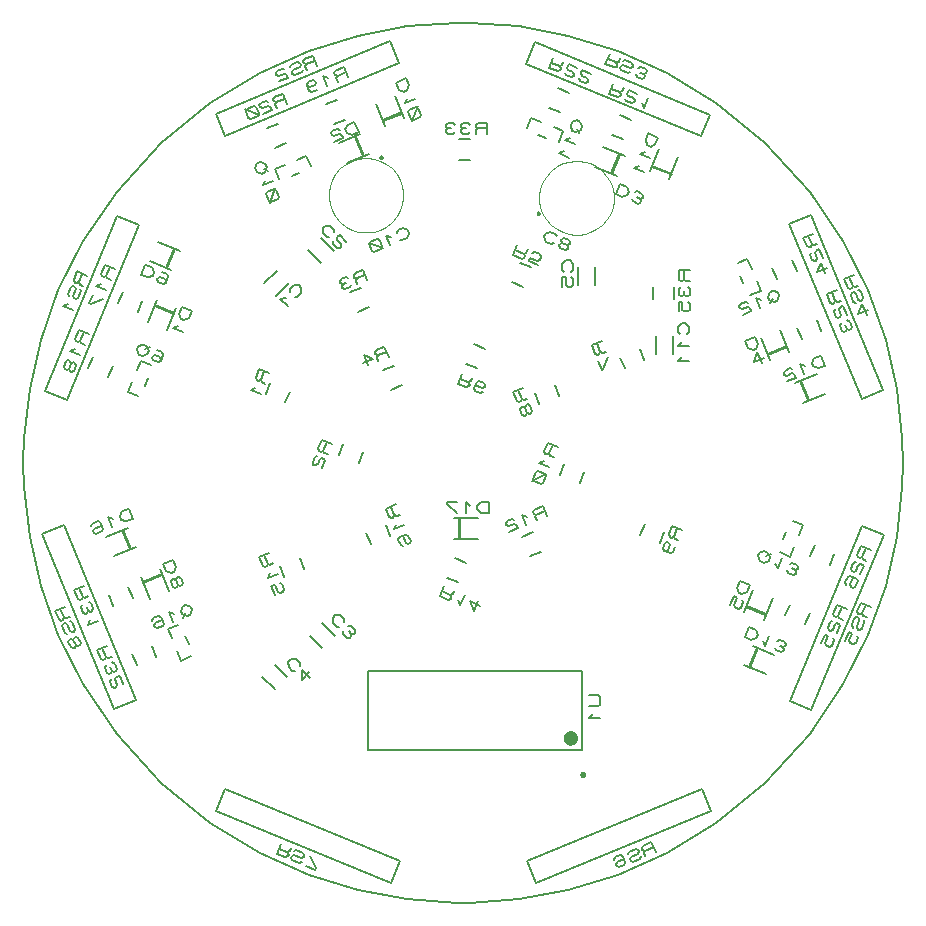
<source format=gbr>
G04 PROTEUS RS274X GERBER FILE*
%FSLAX45Y45*%
%MOMM*%
G01*
%ADD41C,0.250000*%
%ADD40C,0.200000*%
%ADD42C,0.600000*%
%ADD31C,0.203200*%
%ADD43C,0.120000*%
D41*
X+1029000Y-2635000D02*
X+1028957Y-2633961D01*
X+1028605Y-2631882D01*
X+1027868Y-2629803D01*
X+1026664Y-2627724D01*
X+1024823Y-2625674D01*
X+1022744Y-2624171D01*
X+1020665Y-2623214D01*
X+1018586Y-2622675D01*
X+1016507Y-2622500D01*
X+1016500Y-2622500D01*
X+1004000Y-2635000D02*
X+1004043Y-2633961D01*
X+1004395Y-2631882D01*
X+1005132Y-2629803D01*
X+1006336Y-2627724D01*
X+1008177Y-2625674D01*
X+1010256Y-2624171D01*
X+1012335Y-2623214D01*
X+1014414Y-2622675D01*
X+1016493Y-2622500D01*
X+1016500Y-2622500D01*
X+1004000Y-2635000D02*
X+1004043Y-2636039D01*
X+1004395Y-2638118D01*
X+1005132Y-2640197D01*
X+1006336Y-2642276D01*
X+1008177Y-2644326D01*
X+1010256Y-2645829D01*
X+1012335Y-2646786D01*
X+1014414Y-2647325D01*
X+1016493Y-2647500D01*
X+1016500Y-2647500D01*
X+1029000Y-2635000D02*
X+1028957Y-2636039D01*
X+1028605Y-2638118D01*
X+1027868Y-2640197D01*
X+1026664Y-2642276D01*
X+1024823Y-2644326D01*
X+1022744Y-2645829D01*
X+1020665Y-2646786D01*
X+1018586Y-2647325D01*
X+1016507Y-2647500D01*
X+1016500Y-2647500D01*
D40*
X-798500Y-2425000D02*
X-798500Y-1755000D01*
X+1011500Y-1755000D01*
X+1011500Y-2425000D01*
X-798500Y-2425000D01*
D42*
X+941500Y-2325000D02*
X+941397Y-2322511D01*
X+940555Y-2317531D01*
X+938795Y-2312551D01*
X+935918Y-2307571D01*
X+931517Y-2302655D01*
X+926537Y-2299041D01*
X+921557Y-2296736D01*
X+916577Y-2295433D01*
X+911597Y-2295000D01*
X+911500Y-2295000D01*
X+881500Y-2325000D02*
X+881603Y-2322511D01*
X+882445Y-2317531D01*
X+884205Y-2312551D01*
X+887082Y-2307571D01*
X+891483Y-2302655D01*
X+896463Y-2299041D01*
X+901443Y-2296736D01*
X+906423Y-2295433D01*
X+911403Y-2295000D01*
X+911500Y-2295000D01*
X+881500Y-2325000D02*
X+881603Y-2327489D01*
X+882445Y-2332469D01*
X+884205Y-2337449D01*
X+887082Y-2342429D01*
X+891483Y-2347345D01*
X+896463Y-2350959D01*
X+901443Y-2353264D01*
X+906423Y-2354567D01*
X+911403Y-2355000D01*
X+911500Y-2355000D01*
X+941500Y-2325000D02*
X+941397Y-2327489D01*
X+940555Y-2332469D01*
X+938795Y-2337449D01*
X+935918Y-2342429D01*
X+931517Y-2347345D01*
X+926537Y-2350959D01*
X+921557Y-2353264D01*
X+916577Y-2354567D01*
X+911597Y-2355000D01*
X+911500Y-2355000D01*
D31*
X+1071980Y-1963000D02*
X+1148180Y-1963000D01*
X+1163420Y-1978875D01*
X+1163420Y-2042375D01*
X+1148180Y-2058250D01*
X+1071980Y-2058250D01*
X+1102460Y-2121750D02*
X+1071980Y-2153500D01*
X+1163420Y-2153500D01*
D40*
X-1463206Y+607790D02*
X-1501474Y+515402D01*
X-1629504Y+676673D02*
X-1667772Y+584285D01*
D31*
X-1637437Y+763302D02*
X-1721916Y+798295D01*
X-1752292Y+724962D01*
X-1744287Y+704463D01*
X-1730207Y+698631D01*
X-1710052Y+707466D01*
X-1679677Y+780798D01*
X-1710052Y+707466D02*
X-1702047Y+686967D01*
X-1673887Y+675303D01*
X-1754508Y+639964D02*
X-1794818Y+622295D01*
X-1710338Y+587303D01*
D40*
X-843206Y+97790D02*
X-881474Y+5402D01*
X-1009504Y+166673D02*
X-1047772Y+74285D01*
D31*
X-1107437Y+164582D02*
X-1191916Y+199575D01*
X-1222292Y+126242D01*
X-1214287Y+105743D01*
X-1200207Y+99911D01*
X-1180052Y+108746D01*
X-1149677Y+182078D01*
X-1180052Y+108746D02*
X-1172047Y+88247D01*
X-1143887Y+76583D01*
X-1232513Y+61743D02*
X-1252668Y+52909D01*
X-1270893Y+8909D01*
X-1262888Y-11590D01*
X-1248808Y-17422D01*
X-1228653Y-8587D01*
X-1210428Y+35412D01*
X-1190273Y+44247D01*
X-1162113Y+32583D01*
X-1192488Y-40750D01*
D40*
X-793327Y+1320496D02*
X-885715Y+1282228D01*
X-862210Y+1486794D02*
X-954598Y+1448526D01*
D31*
X-806562Y+1553659D02*
X-841555Y+1638138D01*
X-914888Y+1607763D01*
X-923722Y+1587608D01*
X-917890Y+1573528D01*
X-897391Y+1565523D01*
X-824058Y+1595899D01*
X-897391Y+1565523D02*
X-906226Y+1545368D01*
X-894562Y+1517208D01*
X-967722Y+1569382D02*
X-988221Y+1577387D01*
X-1032221Y+1559162D01*
X-1041055Y+1539007D01*
X-1035223Y+1524927D01*
X-1014724Y+1516922D01*
X-1023559Y+1496767D01*
X-1017727Y+1482687D01*
X-997228Y+1474682D01*
X-953228Y+1492908D01*
X-944394Y+1513063D01*
X-985391Y+1529072D02*
X-1014724Y+1516922D01*
D40*
X-513327Y+660496D02*
X-605715Y+622228D01*
X-582210Y+826794D02*
X-674598Y+788526D01*
D31*
X-626562Y+903659D02*
X-661555Y+988138D01*
X-734888Y+957763D01*
X-743722Y+937608D01*
X-737890Y+923528D01*
X-717391Y+915523D01*
X-644058Y+945899D01*
X-717391Y+915523D02*
X-726226Y+895368D01*
X-714562Y+867208D01*
X-843559Y+846767D02*
X-755559Y+883218D01*
X-837554Y+915237D01*
X-802562Y+830757D01*
D40*
X+507790Y+1493206D02*
X+415402Y+1531474D01*
X+576673Y+1659504D02*
X+484285Y+1697772D01*
D31*
X+463630Y+1849117D02*
X+428637Y+1764638D01*
X+501970Y+1734262D01*
X+522469Y+1742267D01*
X+528301Y+1756347D01*
X+519466Y+1776502D01*
X+446134Y+1806877D01*
X+519466Y+1776502D02*
X+539965Y+1784507D01*
X+551629Y+1812667D01*
X+633970Y+1679586D02*
X+560637Y+1709962D01*
X+572301Y+1738121D01*
X+630967Y+1713821D01*
X+651466Y+1721826D01*
X+663130Y+1749986D01*
X+654296Y+1770141D01*
X+610296Y+1788366D01*
X+589797Y+1780361D01*
D40*
X+117790Y+803206D02*
X+25402Y+841474D01*
X+186673Y+969504D02*
X+94285Y+1007772D01*
D31*
X-6370Y+759117D02*
X-41363Y+674638D01*
X+31970Y+644262D01*
X+52469Y+652267D01*
X+58301Y+666347D01*
X+49466Y+686502D01*
X-23866Y+716877D01*
X+49466Y+686502D02*
X+69965Y+694507D01*
X+81629Y+722667D01*
X+169802Y+603666D02*
X+149303Y+595661D01*
X+105303Y+613886D01*
X+96469Y+634041D01*
X+119797Y+690361D01*
X+140296Y+698366D01*
X+184296Y+680141D01*
X+193130Y+659986D01*
X+187298Y+645906D01*
X+166799Y+637901D01*
X+108133Y+662201D01*
D40*
X+1370496Y+803327D02*
X+1332228Y+895715D01*
X+1536794Y+872210D02*
X+1498526Y+964598D01*
D31*
X+1176275Y+1033625D02*
X+1091796Y+998632D01*
X+1122171Y+925299D01*
X+1142326Y+916465D01*
X+1156406Y+922297D01*
X+1164411Y+942796D01*
X+1134035Y+1016129D01*
X+1164411Y+942796D02*
X+1184566Y+933961D01*
X+1212726Y+945625D01*
X+1146472Y+866633D02*
X+1176847Y+793300D01*
X+1190927Y+799132D01*
X+1230951Y+901625D01*
D40*
X+650496Y+503327D02*
X+612228Y+595715D01*
X+816794Y+572210D02*
X+778526Y+664598D01*
D31*
X+510937Y+636220D02*
X+426458Y+601227D01*
X+456833Y+527894D01*
X+476988Y+519060D01*
X+491068Y+524892D01*
X+499073Y+545391D01*
X+468697Y+618724D01*
X+499073Y+545391D02*
X+519228Y+536556D01*
X+547388Y+548220D01*
X+529449Y+472057D02*
X+509294Y+480892D01*
X+495214Y+475060D01*
X+487209Y+454561D01*
X+505434Y+410561D01*
X+525589Y+401727D01*
X+539669Y+407559D01*
X+547674Y+428058D01*
X+529449Y+472057D01*
X+537453Y+492556D01*
X+551533Y+498388D01*
X+571688Y+489554D01*
X+589914Y+445554D01*
X+581909Y+425055D01*
X+567829Y+419223D01*
X+547674Y+428058D01*
D40*
X+1503206Y-607790D02*
X+1541474Y-515402D01*
X+1669504Y-676673D02*
X+1707772Y-584285D01*
D31*
X+1859117Y-563630D02*
X+1774638Y-528637D01*
X+1744262Y-601970D01*
X+1752267Y-622469D01*
X+1766347Y-628301D01*
X+1786502Y-619466D01*
X+1816877Y-546134D01*
X+1786502Y-619466D02*
X+1794507Y-639965D01*
X+1822667Y-651629D01*
X+1717746Y-745634D02*
X+1737901Y-736799D01*
X+1756126Y-692800D01*
X+1748121Y-672301D01*
X+1734041Y-666469D01*
X+1713886Y-675303D01*
X+1695661Y-719303D01*
X+1703666Y-739802D01*
X+1759986Y-763130D01*
X+1780141Y-754296D01*
X+1798366Y-710296D01*
D40*
X+823206Y-97790D02*
X+861474Y-5402D01*
X+989504Y-166673D02*
X+1027772Y-74285D01*
D31*
X+807210Y+141245D02*
X+722731Y+176238D01*
X+692355Y+102905D01*
X+700360Y+82406D01*
X+714440Y+76574D01*
X+734595Y+85409D01*
X+764970Y+158741D01*
X+734595Y+85409D02*
X+742600Y+64910D01*
X+770760Y+53246D01*
X+690139Y+17907D02*
X+649829Y+238D01*
X+734309Y-34754D01*
X+695928Y-87588D02*
X+639609Y-64259D01*
X+619454Y-73094D01*
X+595153Y-131760D01*
X+603158Y-152259D01*
X+659478Y-175587D01*
X+679633Y-166753D01*
X+703933Y-108086D01*
X+695928Y-87588D01*
X+710008Y-93420D02*
X+589078Y-146427D01*
D40*
X+503327Y-620496D02*
X+595715Y-582228D01*
X+572210Y-786794D02*
X+664598Y-748526D01*
D31*
X+714887Y-446636D02*
X+679894Y-362157D01*
X+606561Y-392532D01*
X+597727Y-412687D01*
X+603559Y-426767D01*
X+624058Y-434772D01*
X+697391Y-404396D01*
X+624058Y-434772D02*
X+615223Y-454927D01*
X+626887Y-483087D01*
X+544892Y-451068D02*
X+503895Y-435058D01*
X+538887Y-519538D01*
X+436395Y-479514D02*
X+415896Y-471509D01*
X+371896Y-489734D01*
X+363062Y-509889D01*
X+368894Y-523969D01*
X+389393Y-531974D01*
X+433392Y-513749D01*
X+453891Y-521753D01*
X+465555Y-549913D01*
X+392222Y-580289D01*
D40*
X-65715Y-802228D02*
X+26673Y-840496D01*
X-134598Y-968526D02*
X-42210Y-1006794D01*
D31*
X-159894Y-1042158D02*
X-194887Y-1126637D01*
X-121554Y-1157013D01*
X-101055Y-1149008D01*
X-95223Y-1134928D01*
X-104058Y-1114773D01*
X-177390Y-1084398D01*
X-104058Y-1114773D02*
X-83559Y-1106768D01*
X-71895Y-1078608D01*
X-36556Y-1159229D02*
X-18887Y-1199539D01*
X+16105Y-1115059D01*
X+151106Y-1203970D02*
X+63107Y-1167520D01*
X+98445Y-1248140D01*
X+133437Y-1163660D01*
D40*
X-1380496Y-803327D02*
X-1342228Y-895715D01*
X-1546794Y-872210D02*
X-1508526Y-964598D01*
D31*
X-1637960Y-757895D02*
X-1722439Y-792888D01*
X-1692064Y-866221D01*
X-1671909Y-875055D01*
X-1657829Y-869223D01*
X-1649824Y-848724D01*
X-1680200Y-775391D01*
X-1649824Y-848724D02*
X-1629669Y-857559D01*
X-1601509Y-845895D01*
X-1633528Y-927890D02*
X-1649538Y-968887D01*
X-1565058Y-933895D01*
X-1588787Y-1115552D02*
X-1619162Y-1042219D01*
X-1591002Y-1030555D01*
X-1566702Y-1089222D01*
X-1546547Y-1098056D01*
X-1518387Y-1086392D01*
X-1510382Y-1065893D01*
X-1528608Y-1021893D01*
X-1548763Y-1013059D01*
D40*
X-650496Y-523327D02*
X-612228Y-615715D01*
X-816794Y-592210D02*
X-778526Y-684598D01*
D31*
X-567960Y-347895D02*
X-652439Y-382888D01*
X-622064Y-456221D01*
X-601909Y-465055D01*
X-587829Y-459223D01*
X-579824Y-438724D01*
X-610200Y-365391D01*
X-579824Y-438724D02*
X-559669Y-447559D01*
X-531509Y-435895D01*
X-563528Y-517890D02*
X-579538Y-558887D01*
X-495058Y-523895D01*
X-504707Y-699720D02*
X-524862Y-690886D01*
X-543087Y-646886D01*
X-535082Y-626387D01*
X-478763Y-603059D01*
X-458608Y-611893D01*
X-440382Y-655893D01*
X-448387Y-676392D01*
X-462467Y-682224D01*
X-482622Y-673389D01*
X-506923Y-614723D01*
X-2739152Y+2014385D02*
X-3351445Y+536178D01*
X-3536221Y+612714D01*
X-2923928Y+2090922D01*
X-2739152Y+2014385D01*
X-3177854Y+1589618D02*
X-3262333Y+1624611D01*
X-3292709Y+1551278D01*
X-3284704Y+1530779D01*
X-3270624Y+1524947D01*
X-3250469Y+1533782D01*
X-3220094Y+1607114D01*
X-3250469Y+1533782D02*
X-3242464Y+1513283D01*
X-3214304Y+1501619D01*
X-3240535Y+1478117D02*
X-3232530Y+1457619D01*
X-3256830Y+1398952D01*
X-3276985Y+1390118D01*
X-3291065Y+1395950D01*
X-3299070Y+1416449D01*
X-3274770Y+1475115D01*
X-3282775Y+1495614D01*
X-3296854Y+1501446D01*
X-3317009Y+1492611D01*
X-3341310Y+1433945D01*
X-3333305Y+1413446D01*
X-3343526Y+1348948D02*
X-3383836Y+1331279D01*
X-3299356Y+1296287D01*
X-534942Y+3387309D02*
X-2013149Y+2775016D01*
X-2089686Y+2959791D01*
X-611479Y+3572085D01*
X-534942Y+3387309D01*
X-1231273Y+3367760D02*
X-1266266Y+3452239D01*
X-1339599Y+3421864D01*
X-1348433Y+3401709D01*
X-1342601Y+3387629D01*
X-1322102Y+3379624D01*
X-1248769Y+3410000D01*
X-1322102Y+3379624D02*
X-1330937Y+3359469D01*
X-1319273Y+3331309D01*
X-1354438Y+3333239D02*
X-1363273Y+3313084D01*
X-1421939Y+3288783D01*
X-1442438Y+3296788D01*
X-1448270Y+3310868D01*
X-1439435Y+3331023D01*
X-1380769Y+3355324D01*
X-1371935Y+3375479D01*
X-1377767Y+3389558D01*
X-1398265Y+3397563D01*
X-1456932Y+3373263D01*
X-1465766Y+3353108D01*
X-1509765Y+3334882D02*
X-1530264Y+3342887D01*
X-1574264Y+3324662D01*
X-1583098Y+3304507D01*
X-1577266Y+3290427D01*
X-1556767Y+3282422D01*
X-1512768Y+3300647D01*
X-1492269Y+3292643D01*
X-1480605Y+3264483D01*
X-1553938Y+3234107D01*
X+2018521Y+2767917D02*
X+540314Y+3380210D01*
X+616850Y+3564986D01*
X+2095058Y+2952693D01*
X+2018521Y+2767917D01*
X+1244521Y+3466766D02*
X+1209528Y+3382287D01*
X+1282861Y+3351911D01*
X+1303360Y+3359916D01*
X+1309192Y+3373996D01*
X+1300357Y+3394151D01*
X+1227025Y+3424526D01*
X+1300357Y+3394151D02*
X+1320856Y+3402156D01*
X+1332520Y+3430316D01*
X+1356022Y+3404085D02*
X+1376520Y+3412090D01*
X+1435187Y+3387790D01*
X+1444021Y+3367635D01*
X+1438189Y+3353555D01*
X+1417690Y+3345550D01*
X+1359024Y+3369850D01*
X+1338525Y+3361845D01*
X+1332693Y+3347766D01*
X+1341528Y+3327611D01*
X+1400194Y+3303310D01*
X+1420693Y+3311315D01*
X+1464692Y+3293089D02*
X+1473526Y+3272934D01*
X+1517526Y+3254709D01*
X+1538025Y+3262714D01*
X+1543857Y+3276794D01*
X+1535022Y+3296949D01*
X+1555521Y+3304954D01*
X+1561353Y+3319034D01*
X+1552519Y+3339189D01*
X+1508519Y+3357414D01*
X+1488020Y+3349409D01*
X+1505689Y+3309099D02*
X+1535022Y+3296949D01*
X+3377309Y+544942D02*
X+2765016Y+2023149D01*
X+2949791Y+2099686D01*
X+3562085Y+621479D01*
X+3377309Y+544942D01*
X+3314330Y+1592221D02*
X+3229851Y+1557228D01*
X+3260226Y+1483895D01*
X+3280381Y+1475061D01*
X+3294461Y+1480893D01*
X+3302466Y+1501392D01*
X+3272090Y+1574725D01*
X+3302466Y+1501392D02*
X+3322621Y+1492557D01*
X+3350781Y+1504221D01*
X+3348851Y+1469056D02*
X+3369006Y+1460221D01*
X+3393307Y+1401555D01*
X+3385302Y+1381056D01*
X+3371222Y+1375224D01*
X+3351067Y+1384059D01*
X+3326766Y+1442725D01*
X+3306611Y+1451559D01*
X+3292532Y+1445727D01*
X+3284527Y+1425229D01*
X+3308827Y+1366562D01*
X+3328982Y+1357728D01*
X+3419823Y+1257892D02*
X+3383372Y+1345892D01*
X+3351353Y+1263897D01*
X+3435833Y+1298889D01*
X+2767916Y-2008522D02*
X+3380209Y-530315D01*
X+3564985Y-606851D01*
X+2952692Y-2085059D01*
X+2767916Y-2008522D01*
X+3456766Y-1214522D02*
X+3372287Y-1179529D01*
X+3341911Y-1252862D01*
X+3349916Y-1273361D01*
X+3363996Y-1279193D01*
X+3384151Y-1270358D01*
X+3414526Y-1197026D01*
X+3384151Y-1270358D02*
X+3392156Y-1290857D01*
X+3420316Y-1302521D01*
X+3394085Y-1326023D02*
X+3402090Y-1346521D01*
X+3377790Y-1405188D01*
X+3357635Y-1414022D01*
X+3343555Y-1408190D01*
X+3335550Y-1387691D01*
X+3359850Y-1329025D01*
X+3351845Y-1308526D01*
X+3337766Y-1302694D01*
X+3317611Y-1311529D01*
X+3293310Y-1370195D01*
X+3301315Y-1390694D01*
X+3238634Y-1502194D02*
X+3269010Y-1428861D01*
X+3297169Y-1440525D01*
X+3272869Y-1499191D01*
X+3280874Y-1519690D01*
X+3309034Y-1531354D01*
X+3329189Y-1522520D01*
X+3347414Y-1478520D01*
X+3339409Y-1458021D01*
X+544942Y-3367308D02*
X+2023149Y-2755015D01*
X+2099686Y-2939790D01*
X+621479Y-3552084D01*
X+544942Y-3367308D01*
X+1633770Y-3291951D02*
X+1598777Y-3207472D01*
X+1525444Y-3237847D01*
X+1516610Y-3258002D01*
X+1522442Y-3272082D01*
X+1542941Y-3280087D01*
X+1616274Y-3249711D01*
X+1542941Y-3280087D02*
X+1534106Y-3300242D01*
X+1545770Y-3328402D01*
X+1510605Y-3326472D02*
X+1501770Y-3346627D01*
X+1443104Y-3370928D01*
X+1422605Y-3362923D01*
X+1416773Y-3348843D01*
X+1425608Y-3328688D01*
X+1484274Y-3304387D01*
X+1493108Y-3284232D01*
X+1487276Y-3270153D01*
X+1466778Y-3262148D01*
X+1408111Y-3286448D01*
X+1399277Y-3306603D01*
X+1281945Y-3355204D02*
X+1290779Y-3335049D01*
X+1334779Y-3316824D01*
X+1355278Y-3324829D01*
X+1378606Y-3381148D01*
X+1369772Y-3401303D01*
X+1325772Y-3419529D01*
X+1305273Y-3411524D01*
X+1299441Y-3397444D01*
X+1308276Y-3377289D01*
X+1366942Y-3352988D01*
X-2008521Y-2757917D02*
X-530314Y-3370210D01*
X-606850Y-3554986D01*
X-2085058Y-2942693D01*
X-2008521Y-2757917D01*
X-1538786Y-3220760D02*
X-1573779Y-3305239D01*
X-1500446Y-3335615D01*
X-1479947Y-3327610D01*
X-1474115Y-3313530D01*
X-1482950Y-3293375D01*
X-1556282Y-3263000D01*
X-1482950Y-3293375D02*
X-1462451Y-3285370D01*
X-1450787Y-3257210D01*
X-1427285Y-3283441D02*
X-1406787Y-3275436D01*
X-1348120Y-3299736D01*
X-1339286Y-3319891D01*
X-1345118Y-3333971D01*
X-1365617Y-3341976D01*
X-1424283Y-3317676D01*
X-1444782Y-3325681D01*
X-1450614Y-3339760D01*
X-1441779Y-3359915D01*
X-1383113Y-3384216D01*
X-1362614Y-3376211D01*
X-1324447Y-3408516D02*
X-1251114Y-3438892D01*
X-1245282Y-3424812D01*
X-1289455Y-3324037D01*
X-3377309Y-524942D02*
X-2765016Y-2003149D01*
X-2949791Y-2079686D01*
X-3562085Y-601479D01*
X-3377309Y-524942D01*
X-3362863Y-1213500D02*
X-3447342Y-1248493D01*
X-3416967Y-1321826D01*
X-3396812Y-1330660D01*
X-3382732Y-1324828D01*
X-3374727Y-1304329D01*
X-3405103Y-1230996D01*
X-3374727Y-1304329D02*
X-3354572Y-1313164D01*
X-3326412Y-1301500D01*
X-3328342Y-1336665D02*
X-3308187Y-1345500D01*
X-3283886Y-1404166D01*
X-3291891Y-1424665D01*
X-3305971Y-1430497D01*
X-3326126Y-1421662D01*
X-3350427Y-1362996D01*
X-3370582Y-1354162D01*
X-3384661Y-1359994D01*
X-3392666Y-1380492D01*
X-3368366Y-1439159D01*
X-3348211Y-1447993D01*
X-3295750Y-1494995D02*
X-3315905Y-1486160D01*
X-3329985Y-1491992D01*
X-3337990Y-1512491D01*
X-3319765Y-1556491D01*
X-3299610Y-1565325D01*
X-3285530Y-1559493D01*
X-3277525Y-1538994D01*
X-3295750Y-1494995D01*
X-3287746Y-1474496D01*
X-3273666Y-1468664D01*
X-3253511Y-1477498D01*
X-3235285Y-1521498D01*
X-3243290Y-1541997D01*
X-3257370Y-1547829D01*
X-3277525Y-1538994D01*
D40*
X-2713206Y+1377790D02*
X-2751474Y+1285402D01*
X-2879504Y+1446673D02*
X-2917772Y+1354285D01*
D31*
X-2943136Y+1641969D02*
X-3027615Y+1676962D01*
X-3057991Y+1603629D01*
X-3049986Y+1583130D01*
X-3035906Y+1577298D01*
X-3015751Y+1586133D01*
X-2985376Y+1659465D01*
X-3015751Y+1586133D02*
X-3007746Y+1565634D01*
X-2979586Y+1553970D01*
X-3060207Y+1518631D02*
X-3100517Y+1500962D01*
X-3016037Y+1465970D01*
X-3130892Y+1427630D02*
X-3161268Y+1354297D01*
X-3147188Y+1348465D01*
X-3046413Y+1392638D01*
D40*
X-2963206Y+827790D02*
X-3001474Y+735402D01*
X-3129504Y+896673D02*
X-3167772Y+804285D01*
D31*
X-3163935Y+1091969D02*
X-3248414Y+1126962D01*
X-3278790Y+1053629D01*
X-3270785Y+1033130D01*
X-3256705Y+1027298D01*
X-3236550Y+1036133D01*
X-3206175Y+1109465D01*
X-3236550Y+1036133D02*
X-3228545Y+1015634D01*
X-3200385Y+1003970D01*
X-3281006Y+968631D02*
X-3321316Y+950962D01*
X-3236836Y+915970D01*
X-3315527Y+845467D02*
X-3323532Y+865966D01*
X-3337612Y+871798D01*
X-3357767Y+862964D01*
X-3375992Y+818964D01*
X-3367987Y+798465D01*
X-3353907Y+792633D01*
X-3333752Y+801468D01*
X-3315527Y+845467D01*
X-3295372Y+854302D01*
X-3281292Y+848470D01*
X-3273287Y+827971D01*
X-3291512Y+783971D01*
X-3311667Y+775137D01*
X-3325747Y+780969D01*
X-3333752Y+801468D01*
X-2832552Y+602632D02*
X-2798531Y+684765D01*
X-2688474Y+658423D02*
X-2661258Y+724130D01*
X-2832552Y+602632D02*
X-2748072Y+567640D01*
X-2634916Y+834186D02*
X-2721742Y+870151D01*
X-2754790Y+790365D01*
X-2756712Y+961615D02*
X-2739043Y+921305D01*
X-2709709Y+909155D01*
X-2668712Y+925165D01*
X-2657048Y+953325D01*
X-2674717Y+993635D01*
X-2704050Y+1005785D01*
X-2745047Y+989775D01*
X-2756712Y+961615D01*
X-2686381Y+965475D02*
X-2645384Y+981485D01*
X-2551379Y+876564D02*
X-2560214Y+896719D01*
X-2604213Y+914944D01*
X-2624712Y+906939D01*
X-2630544Y+892859D01*
X-2621710Y+872704D01*
X-2577710Y+854479D01*
X-2557211Y+862484D01*
X-2533883Y+918804D01*
X-2542717Y+938959D01*
X-2586717Y+957184D01*
X-2500063Y+1130230D02*
X-2423526Y+1315006D01*
X-2666361Y+1199113D02*
X-2589825Y+1383889D01*
X-2446620Y+1268764D02*
X-2608540Y+1335833D01*
X-2440386Y+1277178D02*
X-2602305Y+1344247D01*
X-2291168Y+1289405D02*
X-2375647Y+1324398D01*
X-2399948Y+1265731D01*
X-2383938Y+1224734D01*
X-2355778Y+1213070D01*
X-2315468Y+1230739D01*
X-2291168Y+1289405D01*
X-2408239Y+1166067D02*
X-2448549Y+1148398D01*
X-2364069Y+1113406D01*
D40*
X-993327Y+2910496D02*
X-1085715Y+2872228D01*
X-1062210Y+3076794D02*
X-1154598Y+3038526D01*
D31*
X-968525Y+3268590D02*
X-1003518Y+3353069D01*
X-1076851Y+3322694D01*
X-1085685Y+3302539D01*
X-1079853Y+3288459D01*
X-1059354Y+3280454D01*
X-986021Y+3310830D01*
X-1059354Y+3280454D02*
X-1068189Y+3260299D01*
X-1056525Y+3232139D01*
X-1138520Y+3264158D02*
X-1179517Y+3280168D01*
X-1144525Y+3195688D01*
X-1314518Y+3191257D02*
X-1294019Y+3183252D01*
X-1250020Y+3201477D01*
X-1241185Y+3221632D01*
X-1247017Y+3235712D01*
X-1267516Y+3243717D01*
X-1311516Y+3225492D01*
X-1320350Y+3205337D01*
X-1297022Y+3149017D01*
X-1276523Y+3141012D01*
X-1232523Y+3159238D01*
D40*
X-1493327Y+2710496D02*
X-1585715Y+2672228D01*
X-1562210Y+2876794D02*
X-1654598Y+2838526D01*
D31*
X-1485687Y+3045752D02*
X-1520680Y+3130231D01*
X-1594013Y+3099856D01*
X-1602847Y+3079701D01*
X-1597015Y+3065621D01*
X-1576516Y+3057616D01*
X-1503183Y+3087992D01*
X-1576516Y+3057616D02*
X-1585351Y+3037461D01*
X-1573687Y+3009301D01*
X-1646847Y+3061475D02*
X-1667346Y+3069480D01*
X-1711346Y+3051255D01*
X-1720180Y+3031100D01*
X-1714348Y+3017020D01*
X-1693849Y+3009015D01*
X-1649850Y+3027240D01*
X-1629351Y+3019236D01*
X-1617687Y+2991076D01*
X-1691020Y+2960700D01*
X-1726184Y+2962630D02*
X-1749513Y+3018949D01*
X-1770011Y+3026954D01*
X-1828678Y+3002654D01*
X-1837512Y+2982499D01*
X-1814184Y+2926179D01*
X-1793685Y+2918174D01*
X-1735019Y+2942475D01*
X-1726184Y+2962630D01*
X-1720352Y+2948550D02*
X-1843344Y+2996579D01*
D40*
X+1357790Y+2743206D02*
X+1265402Y+2781474D01*
X+1426673Y+2909504D02*
X+1334285Y+2947772D01*
D31*
X+1274963Y+3213418D02*
X+1239970Y+3128939D01*
X+1313303Y+3098563D01*
X+1333802Y+3106568D01*
X+1339634Y+3120648D01*
X+1330799Y+3140803D01*
X+1257467Y+3171178D01*
X+1330799Y+3140803D02*
X+1351298Y+3148808D01*
X+1362962Y+3176968D01*
X+1377802Y+3088342D02*
X+1386636Y+3068187D01*
X+1430636Y+3049962D01*
X+1451135Y+3057967D01*
X+1456967Y+3072047D01*
X+1448132Y+3092202D01*
X+1404133Y+3110427D01*
X+1395298Y+3130582D01*
X+1406962Y+3158742D01*
X+1480295Y+3128367D01*
X+1515633Y+3047746D02*
X+1533302Y+3007436D01*
X+1568294Y+3091916D01*
D40*
X+827790Y+2973206D02*
X+735402Y+3011474D01*
X+896673Y+3139504D02*
X+804285Y+3177772D01*
D31*
X+764963Y+3433418D02*
X+729970Y+3348939D01*
X+803303Y+3318563D01*
X+823802Y+3326568D01*
X+829634Y+3340648D01*
X+820799Y+3360803D01*
X+747467Y+3391178D01*
X+820799Y+3360803D02*
X+841298Y+3368808D01*
X+852962Y+3396968D01*
X+867802Y+3308342D02*
X+876636Y+3288187D01*
X+920636Y+3269962D01*
X+941135Y+3277967D01*
X+946967Y+3292047D01*
X+938132Y+3312202D01*
X+894133Y+3330427D01*
X+885298Y+3350582D01*
X+896962Y+3378742D01*
X+970295Y+3348367D01*
X+985134Y+3259741D02*
X+993968Y+3239586D01*
X+1037968Y+3221361D01*
X+1058467Y+3229366D01*
X+1064299Y+3243446D01*
X+1055464Y+3263601D01*
X+1011465Y+3281826D01*
X+1002630Y+3301981D01*
X+1014294Y+3330141D01*
X+1087627Y+3299766D01*
D40*
X+2870496Y+1053327D02*
X+2832228Y+1145715D01*
X+3036794Y+1122210D02*
X+2998526Y+1214598D01*
D31*
X+3166636Y+1464887D02*
X+3082157Y+1429894D01*
X+3112532Y+1356561D01*
X+3132687Y+1347727D01*
X+3146767Y+1353559D01*
X+3154772Y+1374058D01*
X+3124396Y+1447391D01*
X+3154772Y+1374058D02*
X+3174927Y+1365223D01*
X+3203087Y+1376887D01*
X+3150913Y+1303727D02*
X+3142908Y+1283228D01*
X+3161133Y+1239228D01*
X+3181288Y+1230394D01*
X+3195368Y+1236226D01*
X+3203373Y+1256725D01*
X+3185148Y+1300724D01*
X+3193152Y+1321223D01*
X+3221312Y+1332887D01*
X+3251688Y+1259554D01*
X+3199514Y+1186395D02*
X+3191509Y+1165896D01*
X+3209734Y+1121896D01*
X+3229889Y+1113062D01*
X+3243969Y+1118894D01*
X+3251974Y+1139393D01*
X+3272129Y+1130558D01*
X+3286209Y+1136390D01*
X+3294214Y+1156889D01*
X+3275988Y+1200889D01*
X+3255833Y+1209723D01*
X+3239824Y+1168726D02*
X+3251974Y+1139393D01*
D40*
X+2660496Y+1563327D02*
X+2622228Y+1655715D01*
X+2826794Y+1632210D02*
X+2788526Y+1724598D01*
D31*
X+2966636Y+1944887D02*
X+2882157Y+1909894D01*
X+2912532Y+1836561D01*
X+2932687Y+1827727D01*
X+2946767Y+1833559D01*
X+2954772Y+1854058D01*
X+2924396Y+1927391D01*
X+2954772Y+1854058D02*
X+2974927Y+1845223D01*
X+3003087Y+1856887D01*
X+2950913Y+1783727D02*
X+2942908Y+1763228D01*
X+2961133Y+1719228D01*
X+2981288Y+1710394D01*
X+2995368Y+1716226D01*
X+3003373Y+1736725D01*
X+2985148Y+1780724D01*
X+2993152Y+1801223D01*
X+3021312Y+1812887D01*
X+3051688Y+1739554D01*
X+3072129Y+1610558D02*
X+3035678Y+1698558D01*
X+3003659Y+1616563D01*
X+3088139Y+1651555D01*
D40*
X+2733206Y-1287790D02*
X+2771474Y-1195402D01*
X+2899504Y-1356673D02*
X+2937772Y-1264285D01*
D31*
X+3253418Y-1234963D02*
X+3168939Y-1199970D01*
X+3138563Y-1273303D01*
X+3146568Y-1293802D01*
X+3160648Y-1299634D01*
X+3180803Y-1290799D01*
X+3211178Y-1217467D01*
X+3180803Y-1290799D02*
X+3188808Y-1311298D01*
X+3216968Y-1322962D01*
X+3128342Y-1337802D02*
X+3108187Y-1346636D01*
X+3089962Y-1390636D01*
X+3097967Y-1411135D01*
X+3112047Y-1416967D01*
X+3132202Y-1408132D01*
X+3150427Y-1364133D01*
X+3170582Y-1355298D01*
X+3198742Y-1366962D01*
X+3168367Y-1440295D01*
X+3035286Y-1522635D02*
X+3065662Y-1449302D01*
X+3093821Y-1460966D01*
X+3069521Y-1519632D01*
X+3077526Y-1540131D01*
X+3105686Y-1551795D01*
X+3125841Y-1542961D01*
X+3144066Y-1498961D01*
X+3136061Y-1478462D01*
D40*
X+2943206Y-787790D02*
X+2981474Y-695402D01*
X+3109504Y-856673D02*
X+3147772Y-764285D01*
D31*
X+3453418Y-734963D02*
X+3368939Y-699970D01*
X+3338563Y-773303D01*
X+3346568Y-793802D01*
X+3360648Y-799634D01*
X+3380803Y-790799D01*
X+3411178Y-717467D01*
X+3380803Y-790799D02*
X+3388808Y-811298D01*
X+3416968Y-822962D01*
X+3328342Y-837802D02*
X+3308187Y-846636D01*
X+3289962Y-890636D01*
X+3297967Y-911135D01*
X+3312047Y-916967D01*
X+3332202Y-908132D01*
X+3350427Y-864133D01*
X+3370582Y-855298D01*
X+3398742Y-866962D01*
X+3368367Y-940295D01*
X+3249366Y-1028467D02*
X+3241361Y-1007968D01*
X+3259586Y-963968D01*
X+3279741Y-955134D01*
X+3336061Y-978462D01*
X+3344066Y-998961D01*
X+3325841Y-1042961D01*
X+3305686Y-1051795D01*
X+3291606Y-1045963D01*
X+3283601Y-1025464D01*
X+3307901Y-966798D01*
D40*
X-2830496Y-1043327D02*
X-2792228Y-1135715D01*
X-2996794Y-1112210D02*
X-2958526Y-1204598D01*
D31*
X-3205660Y-1037895D02*
X-3290139Y-1072888D01*
X-3259764Y-1146221D01*
X-3239609Y-1155055D01*
X-3225529Y-1149223D01*
X-3217524Y-1128724D01*
X-3247900Y-1055391D01*
X-3217524Y-1128724D02*
X-3197369Y-1137559D01*
X-3169209Y-1125895D01*
X-3221383Y-1199055D02*
X-3229388Y-1219554D01*
X-3211163Y-1263554D01*
X-3191008Y-1272388D01*
X-3176928Y-1266556D01*
X-3168923Y-1246057D01*
X-3148768Y-1254892D01*
X-3134688Y-1249060D01*
X-3126683Y-1228561D01*
X-3144909Y-1184561D01*
X-3165064Y-1175727D01*
X-3181073Y-1216724D02*
X-3168923Y-1246057D01*
X-3152627Y-1325222D02*
X-3168637Y-1366219D01*
X-3084157Y-1331227D01*
D40*
X-2630496Y-1543327D02*
X-2592228Y-1635715D01*
X-2796794Y-1612210D02*
X-2758526Y-1704598D01*
D31*
X-3007960Y-1547895D02*
X-3092439Y-1582888D01*
X-3062064Y-1656221D01*
X-3041909Y-1665055D01*
X-3027829Y-1659223D01*
X-3019824Y-1638724D01*
X-3050200Y-1565391D01*
X-3019824Y-1638724D02*
X-2999669Y-1647559D01*
X-2971509Y-1635895D01*
X-3023683Y-1709055D02*
X-3031688Y-1729554D01*
X-3013463Y-1773554D01*
X-2993308Y-1782388D01*
X-2979228Y-1776556D01*
X-2971223Y-1756057D01*
X-2951068Y-1764892D01*
X-2936988Y-1759060D01*
X-2928983Y-1738561D01*
X-2947209Y-1694561D01*
X-2967364Y-1685727D01*
X-2983373Y-1726724D02*
X-2971223Y-1756057D01*
X-2975082Y-1826387D02*
X-2983087Y-1846886D01*
X-2964862Y-1890886D01*
X-2944707Y-1899720D01*
X-2930627Y-1893888D01*
X-2922622Y-1873389D01*
X-2940847Y-1829390D01*
X-2932843Y-1808891D01*
X-2904683Y-1797227D01*
X-2874307Y-1870560D01*
X-1590151Y+2491742D02*
X-1508018Y+2525762D01*
X-1448823Y+2429314D02*
X-1383117Y+2456530D01*
X-1590151Y+2491742D02*
X-1555158Y+2407262D01*
X-1286668Y+2515726D02*
X-1322632Y+2602552D01*
X-1402419Y+2569503D01*
X-1738103Y+2540630D02*
X-1754112Y+2499633D01*
X-1741962Y+2470300D01*
X-1701652Y+2452631D01*
X-1673492Y+2464295D01*
X-1657482Y+2505292D01*
X-1669633Y+2534626D01*
X-1709943Y+2552295D01*
X-1738103Y+2540630D01*
X-1685642Y+2493628D02*
X-1645332Y+2475959D01*
X-1677351Y+2393964D02*
X-1693361Y+2352967D01*
X-1608881Y+2387959D01*
X-1598661Y+2323462D02*
X-1654980Y+2300133D01*
X-1662985Y+2279635D01*
X-1638685Y+2220968D01*
X-1618530Y+2212134D01*
X-1562210Y+2235462D01*
X-1554205Y+2255961D01*
X-1578506Y+2314627D01*
X-1598661Y+2323462D01*
X-1584581Y+2329294D02*
X-1632610Y+2206302D01*
X+582632Y+2922552D02*
X+664765Y+2888531D01*
X+638423Y+2778474D02*
X+704130Y+2751258D01*
X+582632Y+2922552D02*
X+547640Y+2838072D01*
X+814186Y+2724916D02*
X+850151Y+2811742D01*
X+770365Y+2844790D01*
X+965916Y+2905379D02*
X+925606Y+2887710D01*
X+913456Y+2858376D01*
X+929466Y+2817379D01*
X+957626Y+2805715D01*
X+997936Y+2823384D01*
X+1010086Y+2852717D01*
X+994076Y+2893714D01*
X+965916Y+2905379D01*
X+969776Y+2835048D02*
X+985786Y+2794051D01*
X+905165Y+2758712D02*
X+864855Y+2741043D01*
X+949335Y+2706051D01*
X+856564Y+2641380D02*
X+816254Y+2623711D01*
X+900734Y+2588719D01*
X+2411742Y+1730151D02*
X+2445762Y+1648018D01*
X+2349314Y+1588823D02*
X+2376530Y+1523117D01*
X+2411742Y+1730151D02*
X+2327262Y+1695158D01*
X+2435726Y+1426668D02*
X+2522552Y+1462632D01*
X+2489503Y+1542419D01*
X+2670621Y+1446986D02*
X+2629624Y+1462995D01*
X+2600291Y+1450845D01*
X+2582622Y+1410535D01*
X+2594286Y+1382375D01*
X+2635283Y+1366365D01*
X+2664617Y+1378516D01*
X+2682286Y+1418826D01*
X+2670621Y+1446986D01*
X+2623619Y+1394525D02*
X+2605950Y+1354215D01*
X+2523955Y+1386234D02*
X+2482958Y+1402244D01*
X+2517950Y+1317764D01*
X+2415458Y+1357788D02*
X+2394959Y+1365793D01*
X+2350959Y+1347568D01*
X+2342125Y+1327413D01*
X+2347957Y+1313333D01*
X+2368456Y+1305328D01*
X+2412455Y+1323553D01*
X+2432954Y+1315549D01*
X+2444618Y+1287389D01*
X+2371285Y+1257013D01*
X+2882552Y-522632D02*
X+2848531Y-604765D01*
X+2738474Y-578423D02*
X+2711258Y-644130D01*
X+2882552Y-522632D02*
X+2798072Y-487640D01*
X+2684916Y-754186D02*
X+2771742Y-790151D01*
X+2804790Y-710365D01*
X+2501715Y-788274D02*
X+2519384Y-828584D01*
X+2548718Y-840734D01*
X+2589715Y-824724D01*
X+2601379Y-796564D01*
X+2583710Y-756254D01*
X+2554377Y-744104D01*
X+2513380Y-760114D01*
X+2501715Y-788274D01*
X+2572046Y-784414D02*
X+2613043Y-768404D01*
X+2648382Y-849025D02*
X+2666051Y-889335D01*
X+2701043Y-804855D01*
X+2745215Y-905631D02*
X+2754049Y-925786D01*
X+2798049Y-944011D01*
X+2818548Y-936006D01*
X+2824380Y-921926D01*
X+2815545Y-901771D01*
X+2836044Y-893766D01*
X+2841876Y-879686D01*
X+2833042Y-859531D01*
X+2789042Y-841306D01*
X+2768543Y-849311D01*
X+2786212Y-889621D02*
X+2815545Y-901771D01*
X-2381742Y-1670151D02*
X-2415762Y-1588018D01*
X-2319314Y-1528823D02*
X-2346530Y-1463117D01*
X-2381742Y-1670151D02*
X-2297262Y-1635158D01*
X-2405726Y-1366668D02*
X-2492552Y-1402632D01*
X-2459503Y-1482419D01*
X-2300287Y-1213022D02*
X-2341284Y-1197013D01*
X-2370617Y-1209163D01*
X-2388286Y-1249473D01*
X-2376622Y-1277633D01*
X-2335625Y-1293643D01*
X-2306291Y-1281492D01*
X-2288622Y-1241182D01*
X-2300287Y-1213022D01*
X-2347289Y-1265483D02*
X-2364958Y-1305793D01*
X-2446953Y-1273774D02*
X-2487950Y-1257764D01*
X-2452958Y-1342244D01*
X-2628783Y-1332595D02*
X-2619949Y-1312440D01*
X-2575949Y-1294215D01*
X-2555450Y-1302220D01*
X-2532122Y-1358539D01*
X-2540956Y-1378694D01*
X-2584956Y-1396920D01*
X-2605455Y-1388915D01*
X-2611287Y-1374835D01*
X-2602452Y-1354680D01*
X-2543786Y-1330379D01*
X-980887Y+2543639D02*
X-796111Y+2620175D01*
X-1049770Y+2709937D02*
X-864994Y+2786474D01*
X-845139Y+2603807D02*
X-912208Y+2765726D01*
X-834781Y+2605349D02*
X-901850Y+2767268D01*
X-880621Y+2808482D02*
X-915614Y+2892961D01*
X-974280Y+2868661D01*
X-991949Y+2828351D01*
X-980285Y+2800191D01*
X-939288Y+2784181D01*
X-880621Y+2808482D01*
X-1041781Y+2824205D02*
X-1062280Y+2832210D01*
X-1106280Y+2813985D01*
X-1115114Y+2793830D01*
X-1109282Y+2779750D01*
X-1088783Y+2771745D01*
X-1044784Y+2789970D01*
X-1024285Y+2781966D01*
X-1012621Y+2753806D01*
X-1085954Y+2723430D01*
X+1120230Y+2510063D02*
X+1305006Y+2433526D01*
X+1189113Y+2676361D02*
X+1373889Y+2599825D01*
X+1258764Y+2456620D02*
X+1325833Y+2618540D01*
X+1267178Y+2450386D02*
X+1334247Y+2612305D01*
X+1329733Y+2362848D02*
X+1294740Y+2278369D01*
X+1353407Y+2254068D01*
X+1394404Y+2270078D01*
X+1406068Y+2298238D01*
X+1388399Y+2338548D01*
X+1329733Y+2362848D01*
X+1432572Y+2237772D02*
X+1441406Y+2217617D01*
X+1485406Y+2199392D01*
X+1505905Y+2207397D01*
X+1511737Y+2221477D01*
X+1502902Y+2241632D01*
X+1523401Y+2249637D01*
X+1529233Y+2263717D01*
X+1520399Y+2283872D01*
X+1476399Y+2302097D01*
X+1455900Y+2294092D01*
X+1473569Y+2253782D02*
X+1502902Y+2241632D01*
X+2523639Y+1060887D02*
X+2600175Y+876111D01*
X+2689937Y+1129770D02*
X+2766474Y+944994D01*
X+2583807Y+925139D02*
X+2745726Y+992208D01*
X+2585349Y+914781D02*
X+2747268Y+981850D01*
X+2475760Y+1070279D02*
X+2391281Y+1035286D01*
X+2415581Y+976620D01*
X+2455891Y+958951D01*
X+2484051Y+970615D01*
X+2500061Y+1011612D01*
X+2475760Y+1070279D01*
X+2532652Y+853282D02*
X+2496201Y+941282D01*
X+2464182Y+859287D01*
X+2548662Y+894279D01*
X+2460063Y-1070230D02*
X+2383526Y-1255006D01*
X+2626361Y-1139113D02*
X+2549825Y-1323889D01*
X+2406620Y-1208764D02*
X+2568540Y-1275833D01*
X+2400386Y-1217178D02*
X+2562305Y-1284247D01*
X+2432848Y-1029733D02*
X+2348369Y-994740D01*
X+2324068Y-1053407D01*
X+2340078Y-1094404D01*
X+2368238Y-1106068D01*
X+2408548Y-1088399D01*
X+2432848Y-1029733D01*
X+2263317Y-1200073D02*
X+2293693Y-1126740D01*
X+2321852Y-1138404D01*
X+2297552Y-1197070D01*
X+2305557Y-1217569D01*
X+2333717Y-1229233D01*
X+2353872Y-1220399D01*
X+2372097Y-1176399D01*
X+2364092Y-1155900D01*
X-2483639Y-1080887D02*
X-2560175Y-896111D01*
X-2649937Y-1149770D02*
X-2726474Y-964994D01*
X-2543807Y-945139D02*
X-2705726Y-1012208D01*
X-2545349Y-934781D02*
X-2707268Y-1001850D01*
X-2448482Y-820621D02*
X-2532961Y-855614D01*
X-2508661Y-914280D01*
X-2468351Y-931949D01*
X-2440191Y-920285D01*
X-2424181Y-879288D01*
X-2448482Y-820621D01*
X-2429970Y-984784D02*
X-2450125Y-975949D01*
X-2464205Y-981781D01*
X-2472210Y-1002280D01*
X-2453985Y-1046280D01*
X-2433830Y-1055114D01*
X-2419750Y-1049282D01*
X-2411745Y-1028783D01*
X-2429970Y-984784D01*
X-2421966Y-964285D01*
X-2407886Y-958453D01*
X-2387731Y-967287D01*
X-2369505Y-1011287D01*
X-2377510Y-1031786D01*
X-2391590Y-1037618D01*
X-2411745Y-1028783D01*
D40*
X+65000Y+2570000D02*
X-35000Y+2570000D01*
X+65000Y+2750000D02*
X-35000Y+2750000D01*
D31*
X+205500Y+2790480D02*
X+205500Y+2881920D01*
X+126125Y+2881920D01*
X+110250Y+2866680D01*
X+110250Y+2851440D01*
X+126125Y+2836200D01*
X+205500Y+2836200D01*
X+126125Y+2836200D02*
X+110250Y+2820960D01*
X+110250Y+2790480D01*
X+62625Y+2866680D02*
X+46750Y+2881920D01*
X-875Y+2881920D01*
X-16750Y+2866680D01*
X-16750Y+2851440D01*
X-875Y+2836200D01*
X-16750Y+2820960D01*
X-16750Y+2805720D01*
X-875Y+2790480D01*
X+46750Y+2790480D01*
X+62625Y+2805720D01*
X+30875Y+2836200D02*
X-875Y+2836200D01*
X-64375Y+2866680D02*
X-80250Y+2881920D01*
X-127875Y+2881920D01*
X-143750Y+2866680D01*
X-143750Y+2851440D01*
X-127875Y+2836200D01*
X-143750Y+2820960D01*
X-143750Y+2805720D01*
X-127875Y+2790480D01*
X-80250Y+2790480D01*
X-64375Y+2805720D01*
X-96125Y+2836200D02*
X-127875Y+2836200D01*
X-1578645Y+1417184D02*
X-1470882Y+1524947D01*
X-1681020Y+1523151D02*
X-1575053Y+1629118D01*
X-1421491Y+1409102D02*
X-1399489Y+1409551D01*
X-1365813Y+1443227D01*
X-1364915Y+1487230D01*
X-1386468Y+1508783D01*
X-1430471Y+1507885D01*
X-1464147Y+1474209D01*
X-1464596Y+1452207D01*
X-1498721Y+1396529D02*
X-1542725Y+1395631D01*
X-1478067Y+1330973D01*
X-1093308Y+1800000D02*
X-1201071Y+1907763D01*
X-1199275Y+1697625D02*
X-1305242Y+1803592D01*
X-1085226Y+1957155D02*
X-1085675Y+1979157D01*
X-1119351Y+2012833D01*
X-1163354Y+2013731D01*
X-1184907Y+1992178D01*
X-1184009Y+1948175D01*
X-1150333Y+1914499D01*
X-1128331Y+1914050D01*
X-1094655Y+1880374D02*
X-1094206Y+1858372D01*
X-1060530Y+1824696D01*
X-1038528Y+1824247D01*
X-1027752Y+1835023D01*
X-1028201Y+1857025D01*
X-1061877Y+1890701D01*
X-1062326Y+1912702D01*
X-1040773Y+1934255D01*
X-984647Y+1878128D01*
X-1084474Y-1461355D02*
X-1192237Y-1353592D01*
X-1190441Y-1563730D02*
X-1296408Y-1457763D01*
X-1000560Y-1342902D02*
X-1001009Y-1320900D01*
X-1034685Y-1287224D01*
X-1078688Y-1286326D01*
X-1100241Y-1307879D01*
X-1099343Y-1351882D01*
X-1065667Y-1385558D01*
X-1043665Y-1386007D01*
X-1009989Y-1419683D02*
X-1009540Y-1441685D01*
X-975864Y-1475361D01*
X-953862Y-1475810D01*
X-943086Y-1465034D01*
X-943535Y-1443032D01*
X-921533Y-1443481D01*
X-910757Y-1432705D01*
X-911206Y-1410703D01*
X-944882Y-1377027D01*
X-966884Y-1376578D01*
X-965986Y-1420581D02*
X-943535Y-1443032D01*
X-1484474Y-1811355D02*
X-1592237Y-1703592D01*
X-1590441Y-1913730D02*
X-1696408Y-1807763D01*
X-1375520Y-1712902D02*
X-1375969Y-1690900D01*
X-1409645Y-1657224D01*
X-1453648Y-1656326D01*
X-1475201Y-1677879D01*
X-1474303Y-1721882D01*
X-1440627Y-1755558D01*
X-1418625Y-1756007D01*
X-1296493Y-1813481D02*
X-1363845Y-1746129D01*
X-1362049Y-1834136D01*
X-1297391Y-1769478D01*
X+3730000Y+5000D02*
X+3724161Y+213494D01*
X+3677111Y+630483D01*
X+3581154Y+1047472D01*
X+3432185Y+1464461D01*
X+3222850Y+1881450D01*
X+2940262Y+2298439D01*
X+2562518Y+2713270D01*
X+2145529Y+3053567D01*
X+1728540Y+3307277D01*
X+1311551Y+3493345D01*
X+894562Y+3622223D01*
X+477573Y+3699902D01*
X+60584Y+3729585D01*
X+5000Y+3730000D01*
X-3720000Y+5000D02*
X-3714161Y+213494D01*
X-3667111Y+630483D01*
X-3571154Y+1047472D01*
X-3422185Y+1464461D01*
X-3212850Y+1881450D01*
X-2930262Y+2298439D01*
X-2552518Y+2713270D01*
X-2135529Y+3053567D01*
X-1718540Y+3307277D01*
X-1301551Y+3493345D01*
X-884562Y+3622223D01*
X-467573Y+3699902D01*
X-50584Y+3729585D01*
X+5000Y+3730000D01*
X-3720000Y+5000D02*
X-3714161Y-203494D01*
X-3667111Y-620483D01*
X-3571154Y-1037472D01*
X-3422185Y-1454461D01*
X-3212850Y-1871450D01*
X-2930262Y-2288439D01*
X-2552518Y-2703270D01*
X-2135529Y-3043567D01*
X-1718540Y-3297277D01*
X-1301551Y-3483345D01*
X-884562Y-3612223D01*
X-467573Y-3689902D01*
X-50584Y-3719585D01*
X+5000Y-3720000D01*
X+3730000Y+5000D02*
X+3724161Y-203494D01*
X+3677111Y-620483D01*
X+3581154Y-1037472D01*
X+3432185Y-1454461D01*
X+3222850Y-1871450D01*
X+2940262Y-2288439D01*
X+2562518Y-2703270D01*
X+2145529Y-3043567D01*
X+1728540Y-3297277D01*
X+1311551Y-3483345D01*
X+894562Y-3612223D01*
X+477573Y-3689902D01*
X+60584Y-3719585D01*
X+5000Y-3720000D01*
X-2649770Y+1710063D02*
X-2464994Y+1633526D01*
X-2580887Y+1876361D02*
X-2396111Y+1799825D01*
X-2511236Y+1656620D02*
X-2444167Y+1818540D01*
X-2502822Y+1650386D02*
X-2435753Y+1812305D01*
X-2690267Y+1682848D02*
X-2725260Y+1598369D01*
X-2666593Y+1574068D01*
X-2625596Y+1590078D01*
X-2613932Y+1618238D01*
X-2631601Y+1658548D01*
X-2690267Y+1682848D01*
X-2508263Y+1541477D02*
X-2517098Y+1561632D01*
X-2561097Y+1579857D01*
X-2581596Y+1571852D01*
X-2587428Y+1557772D01*
X-2578594Y+1537617D01*
X-2534594Y+1519392D01*
X-2514095Y+1527397D01*
X-2490767Y+1583717D01*
X-2499601Y+1603872D01*
X-2543601Y+1622097D01*
X-736361Y+3040887D02*
X-659825Y+2856111D01*
X-570063Y+3109770D02*
X-493526Y+2924994D01*
X-676193Y+2905139D02*
X-514274Y+2972208D01*
X-674651Y+2894781D02*
X-512732Y+2961850D01*
X-478541Y+3258946D02*
X-563020Y+3223953D01*
X-538720Y+3165287D01*
X-498410Y+3147618D01*
X-470250Y+3159282D01*
X-454240Y+3200279D01*
X-478541Y+3258946D01*
X-474109Y+3088951D02*
X-490119Y+3047954D01*
X-405639Y+3082946D01*
X-395419Y+3018449D02*
X-451738Y+2995120D01*
X-459743Y+2974622D01*
X-435443Y+2915955D01*
X-415288Y+2907121D01*
X-358968Y+2930449D01*
X-350963Y+2950948D01*
X-375264Y+3009614D01*
X-395419Y+3018449D01*
X-381339Y+3024281D02*
X-429368Y+2901289D01*
X+1660063Y+2659770D02*
X+1583526Y+2474994D01*
X+1826361Y+2590887D02*
X+1749825Y+2406111D01*
X+1606620Y+2521236D02*
X+1768540Y+2454167D01*
X+1600386Y+2512822D02*
X+1762305Y+2445753D01*
X+1657149Y+2758934D02*
X+1572670Y+2793927D01*
X+1548369Y+2735260D01*
X+1564379Y+2694263D01*
X+1592539Y+2682599D01*
X+1632849Y+2700268D01*
X+1657149Y+2758934D01*
X+1540078Y+2635596D02*
X+1499768Y+2617927D01*
X+1584248Y+2582935D01*
X+1491477Y+2518264D02*
X+1451167Y+2500595D01*
X+1535647Y+2465603D01*
X+3000887Y+756361D02*
X+2816111Y+679825D01*
X+3069770Y+590063D02*
X+2884994Y+513526D01*
X+2865139Y+696193D02*
X+2932208Y+534274D01*
X+2854781Y+694651D02*
X+2921850Y+532732D01*
X+3068946Y+828541D02*
X+3033953Y+913020D01*
X+2975287Y+888720D01*
X+2957618Y+848410D01*
X+2969282Y+820250D01*
X+3010279Y+804240D01*
X+3068946Y+828541D01*
X+2898951Y+824109D02*
X+2857954Y+840119D01*
X+2892946Y+755639D01*
X+2790454Y+795663D02*
X+2769955Y+803668D01*
X+2725955Y+785443D01*
X+2717121Y+765288D01*
X+2722953Y+751208D01*
X+2743452Y+743203D01*
X+2787451Y+761428D01*
X+2807950Y+753424D01*
X+2819614Y+725264D01*
X+2746281Y+694888D01*
X+2639770Y-1620063D02*
X+2454994Y-1543526D01*
X+2570887Y-1786361D02*
X+2386111Y-1709825D01*
X+2501236Y-1566620D02*
X+2434167Y-1728540D01*
X+2492822Y-1560386D02*
X+2425753Y-1722305D01*
X+2421928Y-1386867D02*
X+2386935Y-1471346D01*
X+2445602Y-1495647D01*
X+2486599Y-1479637D01*
X+2498263Y-1451477D01*
X+2480594Y-1411167D01*
X+2421928Y-1386867D01*
X+2545266Y-1503938D02*
X+2562935Y-1544248D01*
X+2597927Y-1459768D01*
X+2642099Y-1560544D02*
X+2650933Y-1580699D01*
X+2694933Y-1598924D01*
X+2715432Y-1590919D01*
X+2721264Y-1576839D01*
X+2712429Y-1556684D01*
X+2732928Y-1548679D01*
X+2738760Y-1534599D01*
X+2729926Y-1514444D01*
X+2685926Y-1496219D01*
X+2665427Y-1504224D01*
X+2683096Y-1544534D02*
X+2712429Y-1556684D01*
X-2950887Y-786361D02*
X-2766111Y-709825D01*
X-3019770Y-620063D02*
X-2834994Y-543526D01*
X-2815139Y-726193D02*
X-2882208Y-564274D01*
X-2804781Y-724651D02*
X-2871850Y-562732D01*
X-2791954Y-467217D02*
X-2826947Y-382738D01*
X-2885613Y-407038D01*
X-2903282Y-447348D01*
X-2891618Y-475508D01*
X-2850621Y-491518D01*
X-2791954Y-467217D01*
X-2961949Y-471649D02*
X-3002946Y-455639D01*
X-2967954Y-540119D01*
X-3143779Y-530470D02*
X-3134945Y-510315D01*
X-3090945Y-492090D01*
X-3070446Y-500095D01*
X-3047118Y-556414D01*
X-3055952Y-576569D01*
X-3099952Y-594795D01*
X-3120451Y-586790D01*
X-3126283Y-572710D01*
X-3117448Y-552555D01*
X-3058782Y-528254D01*
D43*
X+1279515Y+2247835D02*
X+1278505Y+2273042D01*
X+1270303Y+2323457D01*
X+1253201Y+2373872D01*
X+1225455Y+2424287D01*
X+1183125Y+2474627D01*
X+1132710Y+2514172D01*
X+1082295Y+2539987D01*
X+1031880Y+2555547D01*
X+981465Y+2562379D01*
X+964515Y+2562835D01*
X+649515Y+2247835D02*
X+650525Y+2273042D01*
X+658727Y+2323457D01*
X+675829Y+2373872D01*
X+703575Y+2424287D01*
X+745905Y+2474627D01*
X+796320Y+2514172D01*
X+846735Y+2539987D01*
X+897150Y+2555547D01*
X+947565Y+2562379D01*
X+964515Y+2562835D01*
X+649515Y+2247835D02*
X+650525Y+2222628D01*
X+658727Y+2172213D01*
X+675829Y+2121798D01*
X+703575Y+2071383D01*
X+745905Y+2021043D01*
X+796320Y+1981498D01*
X+846735Y+1955683D01*
X+897150Y+1940123D01*
X+947565Y+1933291D01*
X+964515Y+1932835D01*
X+1279515Y+2247835D02*
X+1278505Y+2222628D01*
X+1270303Y+2172213D01*
X+1253201Y+2121798D01*
X+1225455Y+2071383D01*
X+1183125Y+2021043D01*
X+1132710Y+1981498D01*
X+1082295Y+1955683D01*
X+1031880Y+1940123D01*
X+981465Y+1933291D01*
X+964515Y+1932835D01*
D40*
X+654407Y+2115242D02*
X+654372Y+2116073D01*
X+654091Y+2117737D01*
X+653501Y+2119401D01*
X+652537Y+2121065D01*
X+651062Y+2122706D01*
X+649398Y+2123907D01*
X+647734Y+2124672D01*
X+646070Y+2125103D01*
X+644407Y+2125242D01*
X+634407Y+2115242D02*
X+634442Y+2116073D01*
X+634723Y+2117737D01*
X+635313Y+2119401D01*
X+636277Y+2121065D01*
X+637752Y+2122706D01*
X+639416Y+2123907D01*
X+641080Y+2124672D01*
X+642744Y+2125103D01*
X+644407Y+2125242D01*
X+634407Y+2115242D02*
X+634442Y+2114411D01*
X+634723Y+2112747D01*
X+635313Y+2111083D01*
X+636277Y+2109419D01*
X+637752Y+2107778D01*
X+639416Y+2106577D01*
X+641080Y+2105812D01*
X+642744Y+2105381D01*
X+644407Y+2105242D01*
X+654407Y+2115242D02*
X+654372Y+2114411D01*
X+654091Y+2112747D01*
X+653501Y+2111083D01*
X+652537Y+2109419D01*
X+651062Y+2107778D01*
X+649398Y+2106577D01*
X+647734Y+2105812D01*
X+646070Y+2105381D01*
X+644407Y+2105242D01*
D31*
X+794844Y+1921180D02*
X+786010Y+1941335D01*
X+742010Y+1959560D01*
X+701013Y+1943550D01*
X+689348Y+1915390D01*
X+707017Y+1875080D01*
X+751017Y+1856855D01*
X+771516Y+1864860D01*
X+841847Y+1868719D02*
X+821348Y+1860714D01*
X+815516Y+1846634D01*
X+824350Y+1826479D01*
X+868350Y+1808254D01*
X+888849Y+1816259D01*
X+894681Y+1830339D01*
X+885846Y+1850494D01*
X+841847Y+1868719D01*
X+833012Y+1888874D01*
X+838844Y+1902954D01*
X+859343Y+1910959D01*
X+903343Y+1892734D01*
X+912177Y+1872579D01*
X+906345Y+1858499D01*
X+885846Y+1850494D01*
D43*
X-505000Y+2270000D02*
X-506010Y+2295207D01*
X-514212Y+2345622D01*
X-531314Y+2396037D01*
X-559060Y+2446452D01*
X-601390Y+2496792D01*
X-651805Y+2536337D01*
X-702220Y+2562152D01*
X-752635Y+2577712D01*
X-803050Y+2584544D01*
X-820000Y+2585000D01*
X-1135000Y+2270000D02*
X-1133990Y+2295207D01*
X-1125788Y+2345622D01*
X-1108686Y+2396037D01*
X-1080940Y+2446452D01*
X-1038610Y+2496792D01*
X-988195Y+2536337D01*
X-937780Y+2562152D01*
X-887365Y+2577712D01*
X-836950Y+2584544D01*
X-820000Y+2585000D01*
X-1135000Y+2270000D02*
X-1133990Y+2244793D01*
X-1125788Y+2194378D01*
X-1108686Y+2143963D01*
X-1080940Y+2093548D01*
X-1038610Y+2043208D01*
X-988195Y+2003663D01*
X-937780Y+1977848D01*
X-887365Y+1962288D01*
X-836950Y+1955456D01*
X-820000Y+1955000D01*
X-505000Y+2270000D02*
X-506010Y+2244793D01*
X-514212Y+2194378D01*
X-531314Y+2143963D01*
X-559060Y+2093548D01*
X-601390Y+2043208D01*
X-651805Y+2003663D01*
X-702220Y+1977848D01*
X-752635Y+1962288D01*
X-803050Y+1955456D01*
X-820000Y+1955000D01*
D40*
X-677407Y+2590108D02*
X-677442Y+2590939D01*
X-677723Y+2592603D01*
X-678313Y+2594267D01*
X-679277Y+2595931D01*
X-680752Y+2597572D01*
X-682416Y+2598773D01*
X-684080Y+2599538D01*
X-685744Y+2599969D01*
X-687407Y+2600108D01*
X-697407Y+2590108D02*
X-697372Y+2590939D01*
X-697091Y+2592603D01*
X-696501Y+2594267D01*
X-695537Y+2595931D01*
X-694062Y+2597572D01*
X-692398Y+2598773D01*
X-690734Y+2599538D01*
X-689070Y+2599969D01*
X-687407Y+2600108D01*
X-697407Y+2590108D02*
X-697372Y+2589277D01*
X-697091Y+2587613D01*
X-696501Y+2585949D01*
X-695537Y+2584285D01*
X-694062Y+2582644D01*
X-692398Y+2581443D01*
X-690734Y+2580678D01*
X-689070Y+2580247D01*
X-687407Y+2580108D01*
X-677407Y+2590108D02*
X-677442Y+2589277D01*
X-677723Y+2587613D01*
X-678313Y+2585949D01*
X-679277Y+2584285D01*
X-680752Y+2582644D01*
X-682416Y+2581443D01*
X-684080Y+2580678D01*
X-685744Y+2580247D01*
X-687407Y+2580108D01*
D31*
X-532338Y+1895256D02*
X-511839Y+1887251D01*
X-467839Y+1905477D01*
X-450170Y+1945787D01*
X-461835Y+1973947D01*
X-502832Y+1989956D01*
X-546832Y+1971731D01*
X-555666Y+1951576D01*
X-608501Y+1913195D02*
X-649498Y+1929205D01*
X-614506Y+1844725D01*
X-679003Y+1834505D02*
X-702332Y+1890824D01*
X-722830Y+1898829D01*
X-781497Y+1874529D01*
X-790331Y+1854374D01*
X-767003Y+1798054D01*
X-746504Y+1790049D01*
X-687838Y+1814350D01*
X-679003Y+1834505D01*
X-673171Y+1820425D02*
X-796163Y+1868454D01*
X+976340Y+1666180D02*
X+976340Y+1513780D01*
X+1123660Y+1663640D02*
X+1123660Y+1513780D01*
X+920460Y+1624270D02*
X+935700Y+1640145D01*
X+935700Y+1687770D01*
X+905220Y+1719520D01*
X+874740Y+1719520D01*
X+844260Y+1687770D01*
X+844260Y+1640145D01*
X+859500Y+1624270D01*
X+844260Y+1497270D02*
X+844260Y+1576645D01*
X+874740Y+1576645D01*
X+874740Y+1513145D01*
X+889980Y+1497270D01*
X+920460Y+1497270D01*
X+935700Y+1513145D01*
X+935700Y+1560770D01*
X+920460Y+1576645D01*
D40*
X+1610000Y+1395000D02*
X+1610000Y+1495000D01*
X+1790000Y+1395000D02*
X+1790000Y+1495000D01*
D31*
X+1921920Y+1635500D02*
X+1830480Y+1635500D01*
X+1830480Y+1556125D01*
X+1845720Y+1540250D01*
X+1860960Y+1540250D01*
X+1876200Y+1556125D01*
X+1876200Y+1635500D01*
X+1876200Y+1556125D02*
X+1891440Y+1540250D01*
X+1921920Y+1540250D01*
X+1845720Y+1492625D02*
X+1830480Y+1476750D01*
X+1830480Y+1429125D01*
X+1845720Y+1413250D01*
X+1860960Y+1413250D01*
X+1876200Y+1429125D01*
X+1891440Y+1413250D01*
X+1906680Y+1413250D01*
X+1921920Y+1429125D01*
X+1921920Y+1476750D01*
X+1906680Y+1492625D01*
X+1876200Y+1460875D02*
X+1876200Y+1429125D01*
X+1830480Y+1286250D02*
X+1830480Y+1365625D01*
X+1860960Y+1365625D01*
X+1860960Y+1302125D01*
X+1876200Y+1286250D01*
X+1906680Y+1286250D01*
X+1921920Y+1302125D01*
X+1921920Y+1349750D01*
X+1906680Y+1365625D01*
X+130000Y-460000D02*
X-70000Y-460000D01*
X+130000Y-640000D02*
X-70000Y-640000D01*
X-18440Y-463640D02*
X-18440Y-638900D01*
X-28600Y-461100D02*
X-28600Y-636360D01*
X+220500Y-419360D02*
X+220500Y-327920D01*
X+157000Y-327920D01*
X+125250Y-358400D01*
X+125250Y-388880D01*
X+157000Y-419360D01*
X+220500Y-419360D01*
X+61750Y-358400D02*
X+30000Y-327920D01*
X+30000Y-419360D01*
X-49375Y-327920D02*
X-128750Y-327920D01*
X-128750Y-343160D01*
X-49375Y-419360D01*
X+1783660Y+923820D02*
X+1783660Y+1076220D01*
X+1636340Y+926360D02*
X+1636340Y+1076220D01*
X+1900500Y+1092730D02*
X+1915740Y+1108605D01*
X+1915740Y+1156230D01*
X+1885260Y+1187980D01*
X+1854780Y+1187980D01*
X+1824300Y+1156230D01*
X+1824300Y+1108605D01*
X+1839540Y+1092730D01*
X+1854780Y+1029230D02*
X+1824300Y+997480D01*
X+1915740Y+997480D01*
X+1854780Y+902230D02*
X+1824300Y+870480D01*
X+1915740Y+870480D01*
M02*

</source>
